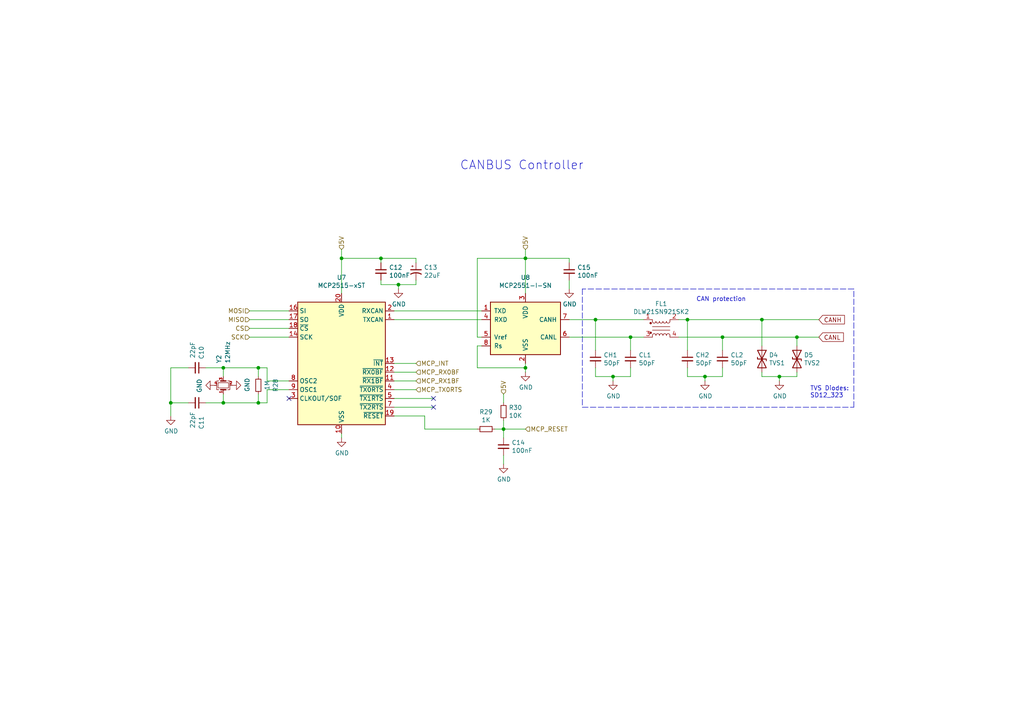
<source format=kicad_sch>
(kicad_sch (version 20211123) (generator eeschema)
  (paper "A4")
  (title_block (title "YktSat Payload Module") (date "2021-11-23") (rev "D0") (company "Sakha Aerospace Systems, LLC"))
  (lib_symbols
    (symbol "Device:CP1_Small" (pin_numbers hide) (pin_names (offset 0.254) hide)
      (property "Reference" "C" (at 0.254 1.778 0))
      (property "Value" "CP1_Small" (at 0.254 -2.032 0))
      (symbol "CP1_Small_0_1"
        (polyline (pts (xy -1.524 0.508) (xy 1.524 0.508)) (stroke (width 0.3048)))
        (polyline (pts (xy -1.27 1.524) (xy -0.762 1.524)))
        (polyline (pts (xy -1.016 1.27) (xy -1.016 1.778)))
        (arc (start 1.524 -0.762) (mid 0 -0.3734) (end -1.524 -0.762) (stroke (width 0.3048)))
      )
      (symbol "CP1_Small_1_1"
        (pin passive line (at 0 2.54 270) (length 2.032) (name "~") (number "1"))
        (pin passive line (at 0 -2.54 90) (length 2.032) (name "~") (number "2"))
      )
    )
    (symbol "Device:C_Small" (pin_numbers hide) (pin_names (offset 0.254) hide)
      (property "Reference" "C" (at 0.254 1.778 0))
      (property "Value" "C_Small" (at 0.254 -2.032 0))
      (symbol "C_Small_0_1"
        (polyline (pts (xy -1.524 -0.508) (xy 1.524 -0.508)) (stroke (width 0.3302)))
        (polyline (pts (xy -1.524 0.508) (xy 1.524 0.508)) (stroke (width 0.3048)))
      )
      (symbol "C_Small_1_1"
        (pin passive line (at 0 2.54 270) (length 2.032) (name "~") (number "1"))
        (pin passive line (at 0 -2.54 90) (length 2.032) (name "~") (number "2"))
      )
    )
    (symbol "Device:Crystal_GND24_Small" (pin_names (offset 1.016) hide)
      (property "Reference" "Y" (at 1.27 4.445 0))
      (property "Value" "Crystal_GND24_Small" (at 1.27 2.54 0))
      (symbol "Crystal_GND24_Small_0_1"
        (rectangle (start -0.762 -1.524) (end 0.762 1.524))
        (polyline (pts (xy -1.27 -0.762) (xy -1.27 0.762)) (stroke (width 0.381)))
        (polyline (pts (xy 1.27 -0.762) (xy 1.27 0.762)) (stroke (width 0.381)))
        (polyline (pts (xy -1.27 -1.27) (xy -1.27 -1.905) (xy 1.27 -1.905) (xy 1.27 -1.27)))
        (polyline (pts (xy -1.27 1.27) (xy -1.27 1.905) (xy 1.27 1.905) (xy 1.27 1.27)))
      )
      (symbol "Crystal_GND24_Small_1_1"
        (pin passive line (at -2.54 0 0) (length 1.27) (name "1") (number "1"))
        (pin passive line (at 0 -2.54 90) (length 0.635) (name "2") (number "2"))
        (pin passive line (at 2.54 0 180) (length 1.27) (name "3") (number "3"))
        (pin passive line (at 0 2.54 270) (length 0.635) (name "4") (number "4"))
      )
    )
    (symbol "Device:D_TVS" (pin_numbers hide) (pin_names (offset 1.016) hide)
      (property "Reference" "D" (at 0 2.54 0))
      (property "Value" "D_TVS" (at 0 -2.54 0))
      (symbol "D_TVS_0_1"
        (polyline (pts (xy 1.27 0) (xy -1.27 0)))
        (polyline (pts (xy 0.508 1.27) (xy 0 1.27) (xy 0 -1.27) (xy -0.508 -1.27)) (stroke (width 0.254)))
        (polyline (pts (xy -2.54 1.27) (xy -2.54 -1.27) (xy 2.54 1.27) (xy 2.54 -1.27) (xy -2.54 1.27)) (stroke (width 0.254)))
      )
      (symbol "D_TVS_1_1"
        (pin passive line (at -3.81 0 0) (length 2.54) (name "A1") (number "1"))
        (pin passive line (at 3.81 0 180) (length 2.54) (name "A2") (number "2"))
      )
    )
    (symbol "Device:EMI_Filter_CommonMode" (pin_names (offset 0.254) hide)
      (property "Reference" "FL" (at 0 4.445 0))
      (property "Value" "EMI_Filter_CommonMode" (at 0 -4.445 0))
      (symbol "EMI_Filter_CommonMode_0_1"
        (circle (center -3.048 -1.27) (radius 0.254) (fill (type outline)))
        (circle (center -3.048 1.524) (radius 0.254) (fill (type outline)))
        (arc (start -2.54 2.032) (mid -2.032 1.524) (end -1.524 2.032))
        (arc (start -1.524 -2.032) (mid -2.032 -1.524) (end -2.54 -2.032))
        (arc (start -1.524 2.032) (mid -1.016 1.524) (end -0.508 2.032))
        (arc (start -0.508 -2.032) (mid -1.016 -1.524) (end -1.524 -2.032))
        (arc (start -0.508 2.032) (mid 0 1.524) (end 0.508 2.032))
        (polyline (pts (xy -2.54 -2.032) (xy -2.54 -2.54)))
        (polyline (pts (xy -2.54 0.508) (xy 2.54 0.508)))
        (polyline (pts (xy -2.54 2.032) (xy -2.54 2.54)))
        (polyline (pts (xy 2.54 -2.032) (xy 2.54 -2.54)))
        (polyline (pts (xy 2.54 -0.508) (xy -2.54 -0.508)))
        (polyline (pts (xy 2.54 2.54) (xy 2.54 2.032)))
        (arc (start 0.508 -2.032) (mid 0 -1.524) (end -0.508 -2.032))
        (arc (start 0.508 2.032) (mid 1.016 1.524) (end 1.524 2.032))
        (arc (start 1.524 -2.032) (mid 1.016 -1.524) (end 0.508 -2.032))
        (arc (start 1.524 2.032) (mid 2.032 1.524) (end 2.54 2.032))
        (arc (start 2.54 -2.032) (mid 2.032 -1.524) (end 1.524 -2.032))
      )
      (symbol "EMI_Filter_CommonMode_1_1"
        (pin passive line (at -5.08 2.54 0) (length 2.54) (name "1") (number "1"))
        (pin passive line (at 5.08 2.54 180) (length 2.54) (name "2") (number "2"))
        (pin passive line (at -5.08 -2.54 0) (length 2.54) (name "3") (number "3"))
        (pin passive line (at 5.08 -2.54 180) (length 2.54) (name "4") (number "4"))
      )
    )
    (symbol "Device:R_Small" (pin_numbers hide) (pin_names (offset 0.254) hide)
      (property "Reference" "R" (at 0.762 0.508 0))
      (property "Value" "R_Small" (at 0.762 -1.016 0))
      (symbol "R_Small_0_1"
        (rectangle (start -0.762 1.778) (end 0.762 -1.778) (stroke (width 0.2032)))
      )
      (symbol "R_Small_1_1"
        (pin passive line (at 0 2.54 270) (length 0.762) (name "~") (number "1"))
        (pin passive line (at 0 -2.54 90) (length 0.762) (name "~") (number "2"))
      )
    )
    (symbol "Interface_CAN_LIN:MCP2515-xST"
      (property "Reference" "U" (at -10.16 19.685 0))
      (property "Value" "MCP2515-xST" (at 19.05 20.32 0))
      (symbol "MCP2515-xST_0_1"
        (rectangle (start -12.7 17.78) (end 12.7 -17.78) (stroke (width 0.254)) (fill (type background)))
      )
      (symbol "MCP2515-xST_1_1"
        (pin output line (at 15.24 12.7 180) (length 2.54) (name "TXCAN") (number "1"))
        (pin power_in line (at 0 -20.32 90) (length 2.54) (name "VSS") (number "10"))
        (pin output line (at 15.24 -5.08 180) (length 2.54) (name "~{RX1BF}") (number "11"))
        (pin output line (at 15.24 -2.54 180) (length 2.54) (name "~{RX0BF}") (number "12"))
        (pin output line (at 15.24 0 180) (length 2.54) (name "~{INT}") (number "13"))
        (pin input line (at -15.24 7.62 0) (length 2.54) (name "SCK") (number "14"))
        (pin no_connect line (at -12.7 -2.54 0) (length 2.54) hide (name "NC") (number "15"))
        (pin input line (at -15.24 15.24 0) (length 2.54) (name "SI") (number "16"))
        (pin output line (at -15.24 12.7 0) (length 2.54) (name "SO") (number "17"))
        (pin input line (at -15.24 10.16 0) (length 2.54) (name "~{CS}") (number "18"))
        (pin input line (at 15.24 -15.24 180) (length 2.54) (name "~{RESET}") (number "19"))
        (pin input line (at 15.24 15.24 180) (length 2.54) (name "RXCAN") (number "2"))
        (pin power_in line (at 0 20.32 270) (length 2.54) (name "VDD") (number "20"))
        (pin output line (at -15.24 -10.16 0) (length 2.54) (name "CLKOUT/SOF") (number "3"))
        (pin input line (at 15.24 -7.62 180) (length 2.54) (name "~{TX0RTS}") (number "4"))
        (pin input line (at 15.24 -10.16 180) (length 2.54) (name "~{TX1RTS}") (number "5"))
        (pin no_connect line (at -12.7 0 0) (length 2.54) hide (name "NC") (number "6"))
        (pin input line (at 15.24 -12.7 180) (length 2.54) (name "~{TX2RTS}") (number "7"))
        (pin output line (at -15.24 -5.08 0) (length 2.54) (name "OSC2") (number "8"))
        (pin input line (at -15.24 -7.62 0) (length 2.54) (name "OSC1") (number "9"))
      )
    )
    (symbol "Interface_CAN_LIN:MCP2551-I-SN" (pin_names (offset 1.016))
      (property "Reference" "U" (at -10.16 8.89 0))
      (property "Value" "MCP2551-I-SN" (at 2.54 8.89 0))
      (symbol "MCP2551-I-SN_0_1"
        (rectangle (start -10.16 7.62) (end 10.16 -7.62) (stroke (width 0.254)) (fill (type background)))
      )
      (symbol "MCP2551-I-SN_1_1"
        (pin input line (at -12.7 5.08 0) (length 2.54) (name "TXD") (number "1"))
        (pin power_in line (at 0 -10.16 90) (length 2.54) (name "VSS") (number "2"))
        (pin power_in line (at 0 10.16 270) (length 2.54) (name "VDD") (number "3"))
        (pin output line (at -12.7 2.54 0) (length 2.54) (name "RXD") (number "4"))
        (pin power_out line (at -12.7 -2.54 0) (length 2.54) (name "Vref") (number "5"))
        (pin bidirectional line (at 12.7 -2.54 180) (length 2.54) (name "CANL") (number "6"))
        (pin bidirectional line (at 12.7 2.54 180) (length 2.54) (name "CANH") (number "7"))
        (pin input line (at -12.7 -5.08 0) (length 2.54) (name "Rs") (number "8"))
      )
    )
    (symbol "power:GND" (power) (pin_names (offset 0))
      (property "Value" "GND" (at 0 -3.81 0))
      (symbol "GND_0_1"
        (polyline (pts (xy 0 0) (xy 0 -1.27) (xy 1.27 -1.27) (xy 0 -2.54) (xy -1.27 -1.27) (xy 0 -1.27)))
      )
      (symbol "GND_1_1"
        (pin power_in line (at 0 0 270) (length 0) hide (name "GND") (number "1"))
      )
    )
  )
  (junction (at 226.06 109.22))
  (junction (at 231.14 97.79))
  (junction (at 74.93 106.68))
  (junction (at 64.77 116.84))
  (junction (at 99.06 74.93))
  (junction (at 199.39 92.71))
  (junction (at 49.53 116.84))
  (junction (at 182.88 97.79))
  (junction (at 64.77 106.68))
  (junction (at 209.55 97.79))
  (junction (at 172.72 92.71))
  (junction (at 152.4 74.93))
  (junction (at 74.93 116.84))
  (junction (at 146.05 124.46))
  (junction (at 110.49 74.93))
  (junction (at 152.4 106.68))
  (junction (at 220.98 92.71))
  (junction (at 204.47 109.22))
  (junction (at 177.8 109.22))
  (junction (at 115.57 82.55))
  (no_connect (at 125.73 115.57))
  (no_connect (at 125.73 118.11))
  (no_connect (at 83.82 115.57))
  (wire (pts (xy 59.69 106.68) (xy 64.77 106.68)))
  (wire (pts (xy 152.4 74.93) (xy 165.1 74.93)))
  (wire (pts (xy 99.06 72.39) (xy 99.06 74.93)))
  (wire (pts (xy 64.77 116.84) (xy 74.93 116.84)))
  (polyline (pts (xy 168.91 118.11) (xy 247.65 118.11)))
  (wire (pts (xy 54.61 116.84) (xy 49.53 116.84)))
  (wire (pts (xy 120.65 82.55) (xy 120.65 81.28)))
  (wire (pts (xy 204.47 109.22) (xy 204.47 110.49)))
  (wire (pts (xy 199.39 106.68) (xy 199.39 109.22)))
  (wire (pts (xy 165.1 81.28) (xy 165.1 83.82)))
  (wire (pts (xy 77.47 110.49) (xy 83.82 110.49)))
  (wire (pts (xy 146.05 124.46) (xy 146.05 127)))
  (wire (pts (xy 231.14 97.79) (xy 237.49 97.79)))
  (wire (pts (xy 110.49 82.55) (xy 115.57 82.55)))
  (wire (pts (xy 165.1 92.71) (xy 172.72 92.71)))
  (wire (pts (xy 138.43 106.68) (xy 152.4 106.68)))
  (wire (pts (xy 177.8 109.22) (xy 177.8 110.49)))
  (wire (pts (xy 114.3 118.11) (xy 125.73 118.11)))
  (wire (pts (xy 172.72 109.22) (xy 177.8 109.22)))
  (wire (pts (xy 83.82 97.79) (xy 72.39 97.79)))
  (wire (pts (xy 152.4 107.95) (xy 152.4 106.68)))
  (wire (pts (xy 72.39 95.25) (xy 83.82 95.25)))
  (wire (pts (xy 138.43 97.79) (xy 138.43 74.93)))
  (wire (pts (xy 196.85 92.71) (xy 199.39 92.71)))
  (wire (pts (xy 115.57 82.55) (xy 115.57 83.82)))
  (wire (pts (xy 49.53 120.65) (xy 49.53 116.84)))
  (wire (pts (xy 226.06 109.22) (xy 231.14 109.22)))
  (wire (pts (xy 49.53 106.68) (xy 49.53 116.84)))
  (wire (pts (xy 114.3 115.57) (xy 125.73 115.57)))
  (wire (pts (xy 64.77 106.68) (xy 74.93 106.68)))
  (wire (pts (xy 209.55 97.79) (xy 231.14 97.79)))
  (wire (pts (xy 226.06 109.22) (xy 226.06 110.49)))
  (wire (pts (xy 74.93 106.68) (xy 77.47 106.68)))
  (polyline (pts (xy 168.91 83.82) (xy 168.91 118.11)))
  (wire (pts (xy 115.57 82.55) (xy 120.65 82.55)))
  (wire (pts (xy 59.69 116.84) (xy 64.77 116.84)))
  (wire (pts (xy 123.19 124.46) (xy 138.43 124.46)))
  (wire (pts (xy 177.8 109.22) (xy 182.88 109.22)))
  (wire (pts (xy 54.61 106.68) (xy 49.53 106.68)))
  (polyline (pts (xy 247.65 83.82) (xy 168.91 83.82)))
  (wire (pts (xy 110.49 81.28) (xy 110.49 82.55)))
  (wire (pts (xy 172.72 101.6) (xy 172.72 92.71)))
  (wire (pts (xy 152.4 74.93) (xy 138.43 74.93)))
  (wire (pts (xy 139.7 97.79) (xy 138.43 97.79)))
  (wire (pts (xy 146.05 132.08) (xy 146.05 134.62)))
  (wire (pts (xy 64.77 106.68) (xy 64.77 109.22)))
  (wire (pts (xy 146.05 124.46) (xy 152.4 124.46)))
  (wire (pts (xy 110.49 74.93) (xy 120.65 74.93)))
  (wire (pts (xy 220.98 107.95) (xy 220.98 109.22)))
  (wire (pts (xy 77.47 106.68) (xy 77.47 110.49)))
  (wire (pts (xy 231.14 109.22) (xy 231.14 107.95)))
  (wire (pts (xy 74.93 114.3) (xy 74.93 116.84)))
  (wire (pts (xy 231.14 100.33) (xy 231.14 97.79)))
  (wire (pts (xy 152.4 72.39) (xy 152.4 74.93)))
  (wire (pts (xy 114.3 107.95) (xy 120.65 107.95)))
  (wire (pts (xy 146.05 114.3) (xy 146.05 116.84)))
  (wire (pts (xy 139.7 92.71) (xy 114.3 92.71)))
  (wire (pts (xy 152.4 106.68) (xy 152.4 105.41)))
  (wire (pts (xy 120.65 110.49) (xy 114.3 110.49)))
  (wire (pts (xy 182.88 106.68) (xy 182.88 109.22)))
  (wire (pts (xy 199.39 101.6) (xy 199.39 92.71)))
  (wire (pts (xy 143.51 124.46) (xy 146.05 124.46)))
  (wire (pts (xy 204.47 109.22) (xy 209.55 109.22)))
  (wire (pts (xy 146.05 124.46) (xy 146.05 121.92)))
  (wire (pts (xy 74.93 109.22) (xy 74.93 106.68)))
  (wire (pts (xy 220.98 92.71) (xy 237.49 92.71)))
  (wire (pts (xy 139.7 90.17) (xy 114.3 90.17)))
  (wire (pts (xy 99.06 74.93) (xy 99.06 85.09)))
  (wire (pts (xy 64.77 114.3) (xy 64.77 116.84)))
  (wire (pts (xy 182.88 101.6) (xy 182.88 97.79)))
  (wire (pts (xy 209.55 101.6) (xy 209.55 97.79)))
  (wire (pts (xy 99.06 125.73) (xy 99.06 127)))
  (wire (pts (xy 220.98 109.22) (xy 226.06 109.22)))
  (wire (pts (xy 74.93 116.84) (xy 77.47 116.84)))
  (wire (pts (xy 139.7 100.33) (xy 138.43 100.33)))
  (wire (pts (xy 120.65 74.93) (xy 120.65 76.2)))
  (wire (pts (xy 172.72 92.71) (xy 186.69 92.71)))
  (wire (pts (xy 138.43 100.33) (xy 138.43 106.68)))
  (wire (pts (xy 123.19 124.46) (xy 123.19 120.65)))
  (wire (pts (xy 220.98 100.33) (xy 220.98 92.71)))
  (wire (pts (xy 199.39 92.71) (xy 220.98 92.71)))
  (wire (pts (xy 172.72 106.68) (xy 172.72 109.22)))
  (wire (pts (xy 110.49 74.93) (xy 110.49 76.2)))
  (wire (pts (xy 120.65 105.41) (xy 114.3 105.41)))
  (wire (pts (xy 77.47 116.84) (xy 77.47 113.03)))
  (wire (pts (xy 182.88 97.79) (xy 186.69 97.79)))
  (wire (pts (xy 196.85 97.79) (xy 209.55 97.79)))
  (wire (pts (xy 209.55 106.68) (xy 209.55 109.22)))
  (wire (pts (xy 114.3 120.65) (xy 123.19 120.65)))
  (polyline (pts (xy 247.65 118.11) (xy 247.65 83.82)))
  (wire (pts (xy 72.39 90.17) (xy 83.82 90.17)))
  (wire (pts (xy 152.4 85.09) (xy 152.4 74.93)))
  (wire (pts (xy 165.1 97.79) (xy 182.88 97.79)))
  (wire (pts (xy 77.47 113.03) (xy 83.82 113.03)))
  (wire (pts (xy 99.06 74.93) (xy 110.49 74.93)))
  (wire (pts (xy 199.39 109.22) (xy 204.47 109.22)))
  (wire (pts (xy 114.3 113.03) (xy 120.65 113.03)))
  (wire (pts (xy 83.82 92.71) (xy 72.39 92.71)))
  (wire (pts (xy 165.1 76.2) (xy 165.1 74.93)))
  (text "CANBUS Controller" (at 133.35 49.53 0) (effects (font (size 2.54 2.54)) (justify left bottom)))
  (text "CAN protection" (at 201.93 87.63 0) (effects (font (size 1.27 1.27)) (justify left bottom)))
  (text "TVS Diodes:\nSD12_323" (at 234.95 115.57 0) (effects (font (size 1.27 1.27)) (justify left bottom)))
  (global_label "CANL" (shape input) (at 237.49 97.79 0) (property "Intersheet References" "${INTERSHEET_REFS}" (effects hide)))
  (global_label "CANH" (shape input) (at 237.49 92.71 0) (property "Intersheet References" "${INTERSHEET_REFS}" (effects hide)))
  (hierarchical_label "MCP_RX0BF" (shape input) (at 120.65 107.95 0))
  (hierarchical_label "CS" (shape input) (at 72.39 95.25 180))
  (hierarchical_label "5V" (shape input) (at 146.05 114.3 90))
  (hierarchical_label "SCK" (shape input) (at 72.39 97.79 180))
  (hierarchical_label "MCP_INT" (shape input) (at 120.65 105.41 0))
  (hierarchical_label "MCP_TX0RTS" (shape input) (at 120.65 113.03 0))
  (hierarchical_label "MCP_RX1BF" (shape input) (at 120.65 110.49 0))
  (hierarchical_label "MISO" (shape input) (at 72.39 92.71 180))
  (hierarchical_label "MOSI" (shape input) (at 72.39 90.17 180))
  (hierarchical_label "5V" (shape input) (at 152.4 72.39 90))
  (hierarchical_label "5V" (shape input) (at 99.06 72.39 90))
  (hierarchical_label "MCP_RESET" (shape input) (at 152.4 124.46 0))
  (symbol (lib_id "power:GND") (at 146.05 134.62 0)
    (property "Reference" "#PWR0110" (effects hide))
    (property "Value" "GND" (at 146.177 139.0142 0))
  )
  (symbol (lib_id "Device:C_Small") (at 146.05 129.54 0)
    (property "Reference" "C14" (at 148.3868 128.3716 0) (effects (justify left)))
    (property "Value" "100nF" (at 148.3868 130.683 0) (effects (justify left)))
    (property "Footprint" "Capacitor_SMD:C_0402_1005Metric" (effects hide))
  )
  (symbol (lib_id "Device:R_Small") (at 146.05 119.38 0)
    (property "Reference" "R30" (at 147.5486 118.2116 0) (effects (justify left)))
    (property "Value" "10K" (at 147.5486 120.523 0) (effects (justify left)))
    (property "Footprint" "Resistor_SMD:R_0402_1005Metric" (effects hide))
  )
  (symbol (lib_id "Device:R_Small") (at 140.97 124.46 270)
    (property "Reference" "R29" (at 140.97 119.4816 90))
    (property "Value" "1K" (at 140.97 121.793 90))
    (property "Footprint" "Resistor_SMD:R_0402_1005Metric" (effects hide))
  )
  (symbol (lib_id "power:GND") (at 152.4 107.95 0)
    (property "Reference" "#PWR0111" (effects hide))
    (property "Value" "GND" (at 152.527 112.3442 0))
  )
  (symbol (lib_id "power:GND") (at 99.06 127 0)
    (property "Reference" "#PWR0108" (effects hide))
    (property "Value" "GND" (at 99.187 131.3942 0))
  )
  (symbol (lib_id "power:GND") (at 165.1 83.82 0)
    (property "Reference" "#PWR0112" (effects hide))
    (property "Value" "GND" (at 165.227 88.2142 0))
  )
  (symbol (lib_id "Device:C_Small") (at 165.1 78.74 0)
    (property "Reference" "C15" (at 167.4368 77.5716 0) (effects (justify left)))
    (property "Value" "100nF" (at 167.4368 79.883 0) (effects (justify left)))
    (property "Footprint" "Capacitor_SMD:C_0402_1005Metric" (effects hide))
  )
  (symbol (lib_id "power:GND") (at 115.57 83.82 0)
    (property "Reference" "#PWR0109" (effects hide))
    (property "Value" "GND" (at 115.697 88.2142 0))
  )
  (symbol (lib_id "Device:C_Small") (at 110.49 78.74 0)
    (property "Reference" "C12" (at 112.8268 77.5716 0) (effects (justify left)))
    (property "Value" "100nF" (at 112.8268 79.883 0) (effects (justify left)))
    (property "Footprint" "Capacitor_SMD:C_0402_1005Metric" (effects hide))
  )
  (symbol (lib_id "Device:C_Small") (at 57.15 106.68 270)
    (property "Reference" "C10" (at 58.42 100.33 0) (effects (justify left)))
    (property "Value" "22pF" (at 55.88 99.06 0) (effects (justify left)))
    (property "Footprint" "Capacitor_SMD:C_0402_1005Metric" (effects hide))
  )
  (symbol (lib_id "Device:CP1_Small") (at 120.65 78.74 0)
    (property "Reference" "C13" (at 122.9614 77.5716 0) (effects (justify left)))
    (property "Value" "22uF" (at 122.9614 79.883 0) (effects (justify left)))
    (property "Footprint" "Capacitor_Tantalum_SMD:CP_EIA-3216-10_Kemet-I" (effects hide))
  )
  (symbol (lib_id "Device:C_Small") (at 57.15 116.84 270)
    (property "Reference" "C11" (at 58.42 120.65 0) (effects (justify left)))
    (property "Value" "22pF" (at 55.88 119.38 0) (effects (justify left)))
    (property "Footprint" "Capacitor_SMD:C_0402_1005Metric" (effects hide))
  )
  (symbol (lib_id "power:GND") (at 49.53 120.65 0)
    (property "Reference" "#PWR0105" (effects hide))
    (property "Value" "GND" (at 49.657 125.0442 0))
  )
  (symbol (lib_id "Interface_CAN_LIN:MCP2515-xST") (at 99.06 105.41 0)
    (property "Reference" "U7" (at 99.06 80.4926 0))
    (property "Value" "MCP2515-xST" (at 99.06 82.804 0))
    (property "Footprint" "Package_SO:TSSOP-20_4.4x6.5mm_P0.65mm" (effects hide))
    (property "Datasheet" "http://ww1.microchip.com/downloads/en/DeviceDoc/21801e.pdf" (effects hide))
  )
  (symbol (lib_id "Device:Crystal_GND24_Small") (at 64.77 111.76 90)
    (property "Reference" "Y2" (at 63.5 105.41 0) (effects (justify left)))
    (property "Value" "12MHz" (at 66.04 105.41 0) (effects (justify left)))
    (property "Footprint" "Crystal:Crystal_SMD_3225-4Pin_3.2x2.5mm" (effects hide))
    (property "Part" "AB-12.000MALE-T -  CRYSTAL, 12MHZ, 12PF, 5 X 3.2MM" (effects hide))
  )
  (symbol (lib_id "power:GND") (at 62.23 111.76 270)
    (property "Reference" "#PWR0106" (effects hide))
    (property "Value" "GND" (at 57.8358 111.887 0))
  )
  (symbol (lib_id "power:GND") (at 67.31 111.76 90)
    (property "Reference" "#PWR0107" (effects hide))
    (property "Value" "GND" (at 71.7042 111.633 0))
  )
  (symbol (lib_id "Device:EMI_Filter_CommonMode") (at 191.77 95.25 0)
    (property "Reference" "FL1" (at 191.77 88.1126 0))
    (property "Value" "DLW21SN921SK2" (at 191.77 90.424 0))
    (property "Footprint" "Inductor_SMD:L_CommonModeChoke_Coilcraft_0805USB" (effects hide))
  )
  (symbol (lib_id "Device:C_Small") (at 172.72 104.14 0)
    (property "Reference" "CH1" (at 175.0568 102.9716 0) (effects (justify left)))
    (property "Value" "50pF" (at 175.0568 105.283 0) (effects (justify left)))
    (property "Footprint" "Capacitor_SMD:C_0402_1005Metric" (effects hide))
  )
  (symbol (lib_id "Device:C_Small") (at 182.88 104.14 0)
    (property "Reference" "CL1" (at 185.2168 102.9716 0) (effects (justify left)))
    (property "Value" "50pF" (at 185.2168 105.283 0) (effects (justify left)))
    (property "Footprint" "Capacitor_SMD:C_0402_1005Metric" (effects hide))
  )
  (symbol (lib_id "power:GND") (at 177.8 110.49 0)
    (property "Reference" "#PWR0113" (effects hide))
    (property "Value" "GND" (at 177.927 114.8842 0))
  )
  (symbol (lib_id "Device:D_TVS") (at 220.98 104.14 270)
    (property "Reference" "D4" (at 223.012 102.9716 90) (effects (justify left)))
    (property "Value" "TVS1" (at 223.012 105.283 90) (effects (justify left)))
    (property "Footprint" "Diode_SMD:D_SOD-323" (effects hide))
  )
  (symbol (lib_id "power:GND") (at 226.06 110.49 0)
    (property "Reference" "#PWR0115" (effects hide))
    (property "Value" "GND" (at 226.187 114.8842 0))
  )
  (symbol (lib_id "Device:C_Small") (at 199.39 104.14 0)
    (property "Reference" "CH2" (at 201.7268 102.9716 0) (effects (justify left)))
    (property "Value" "50pF" (at 201.7268 105.283 0) (effects (justify left)))
    (property "Footprint" "Capacitor_SMD:C_0402_1005Metric" (effects hide))
  )
  (symbol (lib_id "Device:C_Small") (at 209.55 104.14 0)
    (property "Reference" "CL2" (at 211.8868 102.9716 0) (effects (justify left)))
    (property "Value" "50pF" (at 211.8868 105.283 0) (effects (justify left)))
    (property "Footprint" "Capacitor_SMD:C_0402_1005Metric" (effects hide))
  )
  (symbol (lib_id "power:GND") (at 204.47 110.49 0)
    (property "Reference" "#PWR0114" (effects hide))
    (property "Value" "GND" (at 204.597 114.8842 0))
  )
  (symbol (lib_id "Device:D_TVS") (at 231.14 104.14 270)
    (property "Reference" "D5" (at 233.172 102.9716 90) (effects (justify left)))
    (property "Value" "TVS2" (at 233.172 105.283 90) (effects (justify left)))
    (property "Footprint" "Diode_SMD:D_SOD-323" (effects hide))
  )
  (symbol (lib_id "Device:R_Small") (at 74.93 111.76 180)
    (property "Reference" "R28" (at 79.9084 111.76 90))
    (property "Value" "1M" (at 77.47 111.76 90))
    (property "Footprint" "Resistor_SMD:R_0402_1005Metric" (effects hide))
  )
  (symbol (lib_id "Interface_CAN_LIN:MCP2551-I-SN") (at 152.4 95.25 0)
    (property "Reference" "U8" (at 152.4 80.4926 0))
    (property "Value" "MCP2551-I-SN" (at 152.4 82.804 0))
    (property "Footprint" "Package_SO:SOIC-8_3.9x4.9mm_P1.27mm" (effects hide))
    (property "Datasheet" "http://ww1.microchip.com/downloads/en/devicedoc/21667d.pdf" (effects hide))
  )
)
</source>
